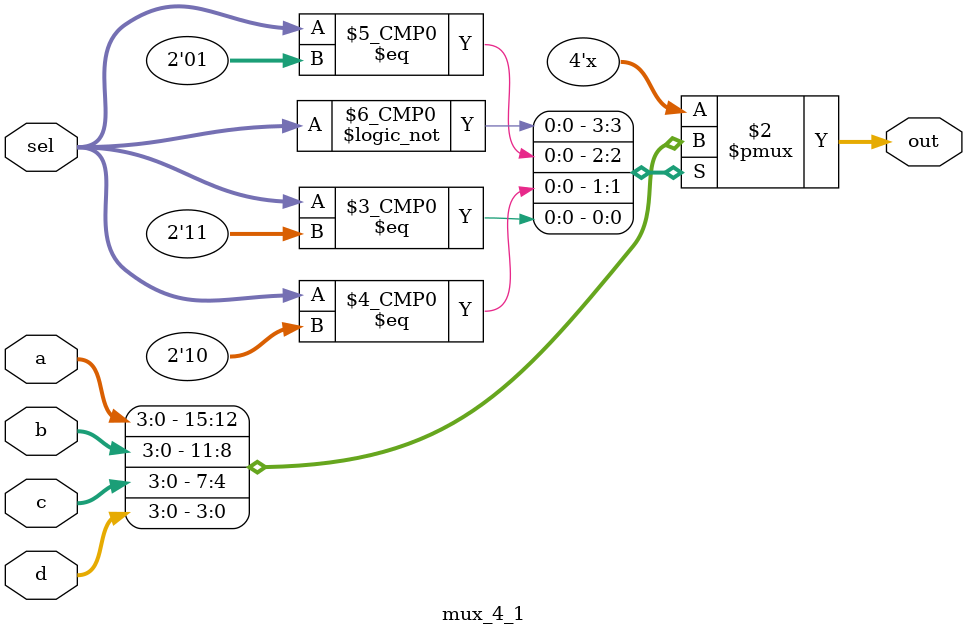
<source format=v>
`timescale 1ns / 1ps


module mux_4_1(
    input [3:0] a,
    input [3:0] b,
    input [3:0] c,
    input [3:0] d,
    input [1:0] sel,
    output reg [3:0] out);
    
    always @ (a or b or c or d or sel) begin
        case (sel)
            2'b00 : out <= a;
            2'b01 : out <= b;
            2'b10 : out <= c;
            2'b11 : out <= d;
        endcase
    end

endmodule

</source>
